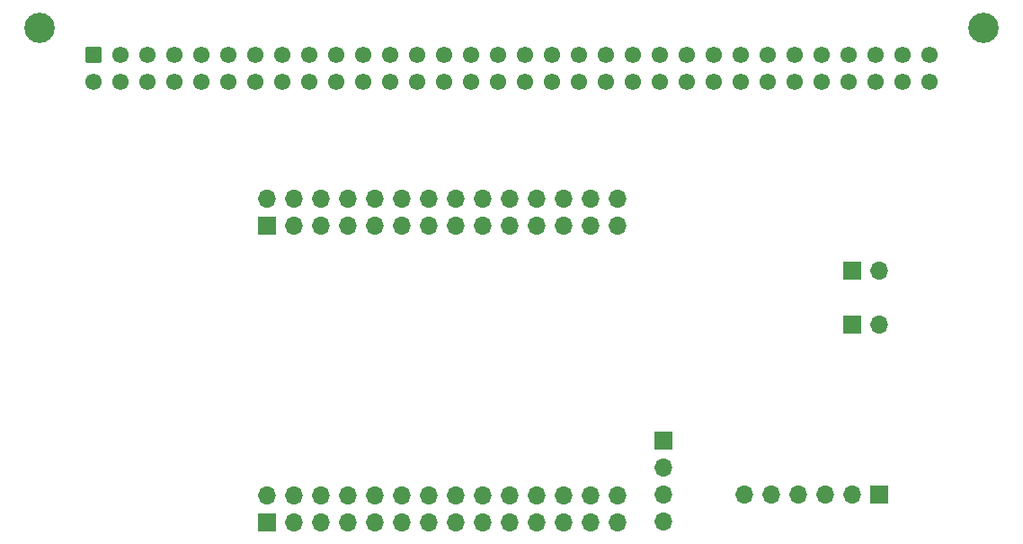
<source format=gbr>
%TF.GenerationSoftware,KiCad,Pcbnew,(6.0.9-0)*%
%TF.CreationDate,2023-01-09T20:35:06+02:00*%
%TF.ProjectId,QE_PCB,51455f50-4342-42e6-9b69-6361645f7063,rev?*%
%TF.SameCoordinates,Original*%
%TF.FileFunction,Soldermask,Bot*%
%TF.FilePolarity,Negative*%
%FSLAX46Y46*%
G04 Gerber Fmt 4.6, Leading zero omitted, Abs format (unit mm)*
G04 Created by KiCad (PCBNEW (6.0.9-0)) date 2023-01-09 20:35:06*
%MOMM*%
%LPD*%
G01*
G04 APERTURE LIST*
G04 Aperture macros list*
%AMRoundRect*
0 Rectangle with rounded corners*
0 $1 Rounding radius*
0 $2 $3 $4 $5 $6 $7 $8 $9 X,Y pos of 4 corners*
0 Add a 4 corners polygon primitive as box body*
4,1,4,$2,$3,$4,$5,$6,$7,$8,$9,$2,$3,0*
0 Add four circle primitives for the rounded corners*
1,1,$1+$1,$2,$3*
1,1,$1+$1,$4,$5*
1,1,$1+$1,$6,$7*
1,1,$1+$1,$8,$9*
0 Add four rect primitives between the rounded corners*
20,1,$1+$1,$2,$3,$4,$5,0*
20,1,$1+$1,$4,$5,$6,$7,0*
20,1,$1+$1,$6,$7,$8,$9,0*
20,1,$1+$1,$8,$9,$2,$3,0*%
G04 Aperture macros list end*
%ADD10R,1.700000X1.700000*%
%ADD11O,1.700000X1.700000*%
%ADD12C,2.850000*%
%ADD13C,1.550000*%
%ADD14RoundRect,0.249999X-0.525001X-0.525001X0.525001X-0.525001X0.525001X0.525001X-0.525001X0.525001X0*%
G04 APERTURE END LIST*
D10*
%TO.C,J5*%
X110998000Y-98298000D03*
D11*
X110998000Y-100838000D03*
X110998000Y-103378000D03*
X110998000Y-105918000D03*
%TD*%
D10*
%TO.C,J1*%
X131318000Y-103378000D03*
D11*
X128778000Y-103378000D03*
X126238000Y-103378000D03*
X123698000Y-103378000D03*
X121158000Y-103378000D03*
X118618000Y-103378000D03*
%TD*%
D10*
%TO.C,J4*%
X128773000Y-87376000D03*
D11*
X131313000Y-87376000D03*
%TD*%
D10*
%TO.C,J2*%
X128773000Y-82296000D03*
D11*
X131313000Y-82296000D03*
%TD*%
D12*
%TO.C,J3*%
X141155000Y-59387000D03*
X52255000Y-59387000D03*
D13*
X136075000Y-61927000D03*
X133535000Y-61927000D03*
X130995000Y-61927000D03*
X128455000Y-61927000D03*
X125915000Y-61927000D03*
X123375000Y-61927000D03*
X120835000Y-61927000D03*
X118295000Y-61927000D03*
X115755000Y-61927000D03*
X113215000Y-61927000D03*
X110675000Y-61927000D03*
X108135000Y-61927000D03*
X105595000Y-61927000D03*
X103055000Y-61927000D03*
X100515000Y-61927000D03*
X97975000Y-61927000D03*
X95435000Y-61927000D03*
X92895000Y-61927000D03*
X90355000Y-61927000D03*
X87815000Y-61927000D03*
X85275000Y-61927000D03*
X82735000Y-61927000D03*
X80195000Y-61927000D03*
X77655000Y-61927000D03*
X75115000Y-61927000D03*
X72575000Y-61927000D03*
X70035000Y-61927000D03*
X67495000Y-61927000D03*
X64955000Y-61927000D03*
X62415000Y-61927000D03*
X59875000Y-61927000D03*
D14*
X57335000Y-61927000D03*
D13*
X136075000Y-64467000D03*
X133535000Y-64467000D03*
X130995000Y-64467000D03*
X128455000Y-64467000D03*
X125915000Y-64467000D03*
X123375000Y-64467000D03*
X120835000Y-64467000D03*
X118295000Y-64467000D03*
X115755000Y-64467000D03*
X113215000Y-64467000D03*
X110675000Y-64467000D03*
X108135000Y-64467000D03*
X105595000Y-64467000D03*
X103055000Y-64467000D03*
X100515000Y-64467000D03*
X97975000Y-64467000D03*
X95435000Y-64467000D03*
X92895000Y-64467000D03*
X90355000Y-64467000D03*
X87815000Y-64467000D03*
X85275000Y-64467000D03*
X82735000Y-64467000D03*
X80195000Y-64467000D03*
X77655000Y-64467000D03*
X75115000Y-64467000D03*
X72575000Y-64467000D03*
X70035000Y-64467000D03*
X67495000Y-64467000D03*
X64955000Y-64467000D03*
X62415000Y-64467000D03*
X59875000Y-64467000D03*
X57335000Y-64467000D03*
%TD*%
D10*
%TO.C,U3*%
X73670000Y-105938000D03*
D11*
X73670000Y-103398000D03*
X76210000Y-105938000D03*
X76210000Y-103398000D03*
X78750000Y-105938000D03*
X78750000Y-103398000D03*
X81290000Y-105938000D03*
X81290000Y-103398000D03*
X83830000Y-105938000D03*
X83830000Y-103398000D03*
X86370000Y-105938000D03*
X86370000Y-103398000D03*
X88910000Y-105938000D03*
X88910000Y-103398000D03*
X91450000Y-105938000D03*
X91450000Y-103398000D03*
X93990000Y-105938000D03*
X93990000Y-103398000D03*
X96530000Y-105938000D03*
X96530000Y-103398000D03*
X99070000Y-105938000D03*
X99070000Y-103398000D03*
X101610000Y-105938000D03*
X101610000Y-103398000D03*
X104150000Y-105938000D03*
X104150000Y-103398000D03*
X106690000Y-105938000D03*
X106690000Y-103398000D03*
D10*
X73670000Y-77998000D03*
D11*
X73670000Y-75458000D03*
X76210000Y-77998000D03*
X76210000Y-75458000D03*
X78750000Y-77998000D03*
X78750000Y-75458000D03*
X81290000Y-77998000D03*
X81290000Y-75458000D03*
X83830000Y-77998000D03*
X83830000Y-75458000D03*
X86370000Y-77998000D03*
X86370000Y-75458000D03*
X88910000Y-77998000D03*
X88910000Y-75458000D03*
X91450000Y-77998000D03*
X91450000Y-75458000D03*
X93990000Y-77998000D03*
X93990000Y-75458000D03*
X96530000Y-77998000D03*
X96530000Y-75458000D03*
X99070000Y-77998000D03*
X99070000Y-75458000D03*
X101610000Y-77998000D03*
X101610000Y-75458000D03*
X104150000Y-77998000D03*
X104150000Y-75458000D03*
X106690000Y-77998000D03*
X106690000Y-75458000D03*
%TD*%
M02*

</source>
